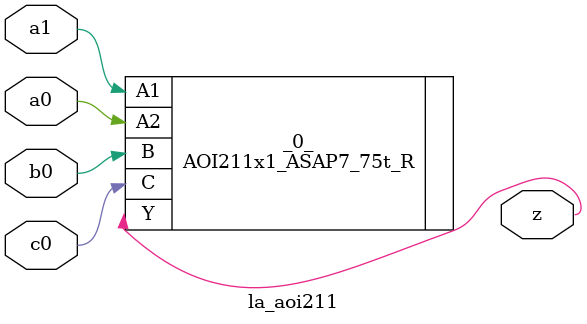
<source format=v>

/* Generated by Yosys 0.44 (git sha1 80ba43d26, g++ 11.4.0-1ubuntu1~22.04 -fPIC -O3) */

(* top =  1  *)
(* src = "inputs/la_aoi211.v:10.1-22.10" *)
module la_aoi211 (
    a0,
    a1,
    b0,
    c0,
    z
);
  (* src = "inputs/la_aoi211.v:13.12-13.14" *)
  input a0;
  wire a0;
  (* src = "inputs/la_aoi211.v:14.12-14.14" *)
  input a1;
  wire a1;
  (* src = "inputs/la_aoi211.v:15.12-15.14" *)
  input b0;
  wire b0;
  (* src = "inputs/la_aoi211.v:16.12-16.14" *)
  input c0;
  wire c0;
  (* src = "inputs/la_aoi211.v:17.12-17.13" *)
  output z;
  wire z;
  AOI211x1_ASAP7_75t_R _0_ (
      .A1(a1),
      .A2(a0),
      .B (b0),
      .C (c0),
      .Y (z)
  );
endmodule

</source>
